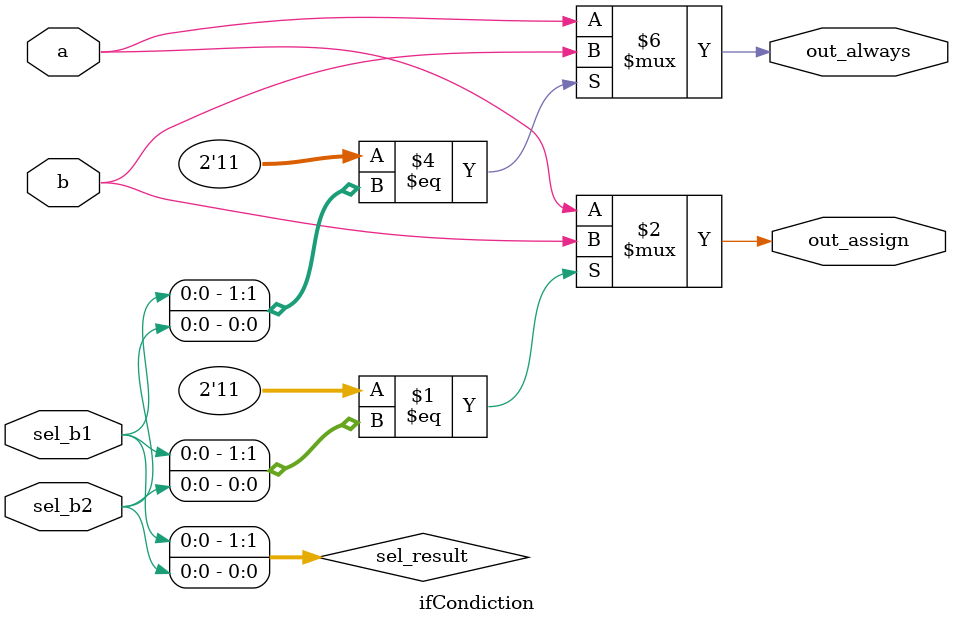
<source format=sv>
module ifCondiction(
    input a,
    input b,
    input sel_b1,
    input sel_b2,
    output wire out_assign,
    output reg out_always   ); 

    wire[1:0] sel_result;
    assign {sel_result} = {sel_b1, sel_b2};
    
    assign out_assign = (2'b11 == sel_result) ? b : a;
    
    always @(*) begin
        if (2'b11 == sel_result) begin
        	out_always <= b;
        end
        else begin
           out_always <= a; 
        end
    end
    
endmodule
</source>
